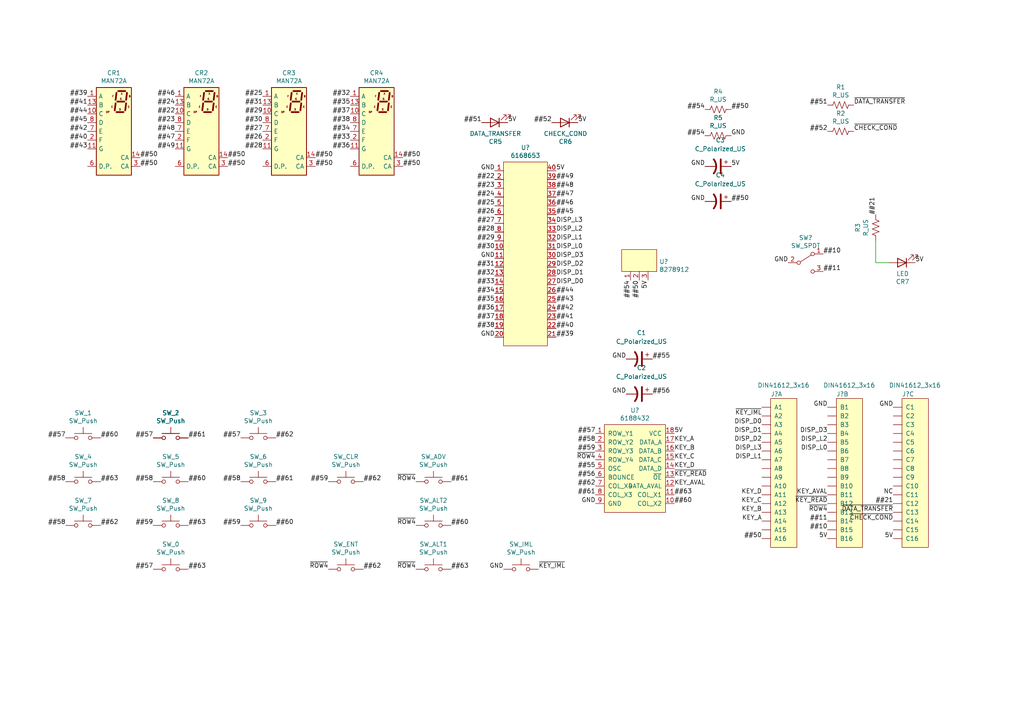
<source format=kicad_sch>
(kicad_sch (version 20230121) (generator eeschema)
  (paper "A4")
  (lib_symbols
    (symbol "Device:C_Polarized_US" (pin_numbers hide) (pin_names (offset 0.254) hide)
      (property "Reference" "C" (at 0.635 2.54 0))
      (property "Value" "C_Polarized_US" (at 0.635 -2.54 0))
      (symbol "C_Polarized_US_0_1"
        (polyline (pts (xy -2.032 0.762) (xy 2.032 0.762)) (stroke (width 0.508)))
        (polyline (pts (xy -1.778 2.286) (xy -0.762 2.286)))
        (polyline (pts (xy -1.27 1.778) (xy -1.27 2.794)))
        (arc (start 2.032 -1.27) (mid 0 -0.5572) (end -2.032 -1.27) (stroke (width 0.508)))
      )
      (symbol "C_Polarized_US_1_1"
        (pin passive line (at 0 3.81 270) (length 2.794) (name "~") (number "1"))
        (pin passive line (at 0 -3.81 90) (length 3.302) (name "~") (number "2"))
      )
    )
    (symbol "Device:LED" (pin_numbers hide) (pin_names (offset 1.016) hide)
      (property "Reference" "D" (at 0 2.54 0))
      (property "Value" "LED" (at 0 -2.54 0))
      (symbol "LED_0_1"
        (polyline (pts (xy -1.27 -1.27) (xy -1.27 1.27)) (stroke (width 0.254)))
        (polyline (pts (xy -1.27 0) (xy 1.27 0)))
        (polyline (pts (xy 1.27 -1.27) (xy 1.27 1.27) (xy -1.27 0) (xy 1.27 -1.27)) (stroke (width 0.254)))
        (polyline (pts (xy -3.048 -0.762) (xy -4.572 -2.286) (xy -3.81 -2.286) (xy -4.572 -2.286) (xy -4.572 -1.524)))
        (polyline (pts (xy -1.778 -0.762) (xy -3.302 -2.286) (xy -2.54 -2.286) (xy -3.302 -2.286) (xy -3.302 -1.524)))
      )
      (symbol "LED_1_1"
        (pin passive line (at -3.81 0 0) (length 2.54) (name "K") (number "1"))
        (pin passive line (at 3.81 0 180) (length 2.54) (name "A") (number "2"))
      )
    )
    (symbol "Device:R_US" (pin_numbers hide) (pin_names (offset 0))
      (property "Reference" "R" (at 2.54 0 90))
      (property "Value" "R_US" (at -2.54 0 90))
      (symbol "R_US_0_1"
        (polyline (pts (xy 0 -2.286) (xy 0 -2.54)))
        (polyline (pts (xy 0 2.286) (xy 0 2.54)))
        (polyline (pts (xy 0 -0.762) (xy 1.016 -1.143) (xy 0 -1.524) (xy -1.016 -1.905) (xy 0 -2.286)))
        (polyline (pts (xy 0 0.762) (xy 1.016 0.381) (xy 0 0) (xy -1.016 -0.381) (xy 0 -0.762)))
        (polyline (pts (xy 0 2.286) (xy 1.016 1.905) (xy 0 1.524) (xy -1.016 1.143) (xy 0 0.762)))
      )
      (symbol "R_US_1_1"
        (pin passive line (at 0 3.81 270) (length 1.27) (name "~") (number "1"))
        (pin passive line (at 0 -3.81 90) (length 1.27) (name "~") (number "2"))
      )
    )
    (symbol "Display_Character:MAN72A" (pin_names (offset 0.635))
      (property "Reference" "U" (at -2.54 13.97 0))
      (property "Value" "MAN72A" (at 2.794 -14.224 0))
      (symbol "MAN72A_0_0"
        (text "A" (at 2.286 10.922 0) (effects (font (size 0.508 0.508))))
        (text "B" (at 4.572 10.16 0) (effects (font (size 0.508 0.508))))
        (text "C" (at 4.318 7.112 0) (effects (font (size 0.508 0.508))))
        (text "D" (at 1.778 6.35 0) (effects (font (size 0.508 0.508))))
        (text "DP" (at -1.778 5.588 0) (effects (font (size 0.508 0.508))))
        (text "E" (at -0.508 7.112 0) (effects (font (size 0.508 0.508))))
        (text "F" (at -0.254 10.16 0) (effects (font (size 0.508 0.508))))
        (text "G" (at 2.032 9.398 0) (effects (font (size 0.508 0.508))))
      )
      (symbol "MAN72A_0_1"
        (rectangle (start -5.08 12.7) (end 5.08 -12.7) (stroke (width 0.254)) (fill (type background)))
        (polyline (pts (xy -0.762 5.588) (xy -0.762 5.588)) (stroke (width 0.508)))
        (polyline (pts (xy 0.508 8.128) (xy 0.254 6.096)) (stroke (width 0.508)))
        (polyline (pts (xy 0.762 5.588) (xy 2.794 5.588)) (stroke (width 0.508)))
        (polyline (pts (xy 0.762 11.176) (xy 0.508 9.144)) (stroke (width 0.508)))
        (polyline (pts (xy 1.016 8.636) (xy 3.048 8.636)) (stroke (width 0.508)))
        (polyline (pts (xy 1.27 11.684) (xy 3.302 11.684)) (stroke (width 0.508)))
        (polyline (pts (xy 3.556 8.128) (xy 3.302 6.096)) (stroke (width 0.508)))
        (polyline (pts (xy 3.81 11.176) (xy 3.556 9.144)) (stroke (width 0.508)))
      )
      (symbol "MAN72A_1_1"
        (pin input line (at -7.62 10.16 0) (length 2.54) (name "A") (number "1"))
        (pin input line (at -7.62 5.08 0) (length 2.54) (name "C") (number "10"))
        (pin input line (at -7.62 -5.08 0) (length 2.54) (name "G") (number "11"))
        (pin no_connect line (at 5.08 -5.08 180) (length 2.54) hide (name "NC") (number "12"))
        (pin input line (at -7.62 7.62 0) (length 2.54) (name "B") (number "13"))
        (pin input line (at 7.62 -7.62 180) (length 2.54) (name "CA") (number "14"))
        (pin input line (at -7.62 -2.54 0) (length 2.54) (name "F") (number "2"))
        (pin input line (at 7.62 -10.16 180) (length 2.54) (name "CA") (number "3"))
        (pin no_connect line (at 5.08 2.54 180) (length 2.54) hide (name "NC") (number "4"))
        (pin no_connect line (at 5.08 0 180) (length 2.54) hide (name "NC") (number "5"))
        (pin input line (at -7.62 -10.16 0) (length 2.54) (name "D.P.") (number "6"))
        (pin input line (at -7.62 0 0) (length 2.54) (name "E") (number "7"))
        (pin input line (at -7.62 2.54 0) (length 2.54) (name "D") (number "8"))
        (pin no_connect line (at 5.08 -2.54 180) (length 2.54) hide (name "NC") (number "9"))
      )
    )
    (symbol "IBM_3174:6168653" (pin_names (offset 1.016))
      (property "Reference" "U" (at 0 0 0))
      (property "Value" "6168653" (at 0 0 0))
      (symbol "6168653_0_1"
        (rectangle (start -6.35 -3.81) (end 6.35 -57.15) (fill (type background)))
      )
      (symbol "6168653_1_1"
        (pin unspecified line (at -8.89 -6.35 0) (length 2.54) (name "~") (number "1"))
        (pin unspecified line (at -8.89 -29.21 0) (length 2.54) (name "~") (number "10"))
        (pin unspecified line (at -8.89 -31.75 0) (length 2.54) (name "~") (number "11"))
        (pin unspecified line (at -8.89 -34.29 0) (length 2.54) (name "~") (number "12"))
        (pin unspecified line (at -8.89 -36.83 0) (length 2.54) (name "~") (number "13"))
        (pin unspecified line (at -8.89 -39.37 0) (length 2.54) (name "~") (number "14"))
        (pin unspecified line (at -8.89 -41.91 0) (length 2.54) (name "~") (number "15"))
        (pin unspecified line (at -8.89 -44.45 0) (length 2.54) (name "~") (number "16"))
        (pin unspecified line (at -8.89 -46.99 0) (length 2.54) (name "~") (number "17"))
        (pin unspecified line (at -8.89 -49.53 0) (length 2.54) (name "~") (number "18"))
        (pin unspecified line (at -8.89 -52.07 0) (length 2.54) (name "~") (number "19"))
        (pin unspecified line (at -8.89 -8.89 0) (length 2.54) (name "~") (number "2"))
        (pin unspecified line (at -8.89 -54.61 0) (length 2.54) (name "~") (number "20"))
        (pin unspecified line (at 8.89 -54.61 180) (length 2.54) (name "~") (number "21"))
        (pin unspecified line (at 8.89 -52.07 180) (length 2.54) (name "~") (number "22"))
        (pin unspecified line (at 8.89 -49.53 180) (length 2.54) (name "~") (number "23"))
        (pin unspecified line (at 8.89 -46.99 180) (length 2.54) (name "~") (number "24"))
        (pin unspecified line (at 8.89 -44.45 180) (length 2.54) (name "~") (number "25"))
        (pin unspecified line (at 8.89 -41.91 180) (length 2.54) (name "~") (number "26"))
        (pin unspecified line (at 8.89 -39.37 180) (length 2.54) (name "~") (number "27"))
        (pin unspecified line (at 8.89 -36.83 180) (length 2.54) (name "~") (number "28"))
        (pin unspecified line (at 8.89 -34.29 180) (length 2.54) (name "~") (number "29"))
        (pin unspecified line (at -8.89 -11.43 0) (length 2.54) (name "~") (number "3"))
        (pin unspecified line (at 8.89 -31.75 180) (length 2.54) (name "~") (number "30"))
        (pin unspecified line (at 8.89 -29.21 180) (length 2.54) (name "~") (number "31"))
        (pin unspecified line (at 8.89 -26.67 180) (length 2.54) (name "~") (number "32"))
        (pin unspecified line (at 8.89 -24.13 180) (length 2.54) (name "~") (number "33"))
        (pin unspecified line (at 8.89 -21.59 180) (length 2.54) (name "~") (number "34"))
        (pin unspecified line (at 8.89 -19.05 180) (length 2.54) (name "~") (number "35"))
        (pin unspecified line (at 8.89 -16.51 180) (length 2.54) (name "~") (number "36"))
        (pin unspecified line (at 8.89 -13.97 180) (length 2.54) (name "~") (number "37"))
        (pin unspecified line (at 8.89 -11.43 180) (length 2.54) (name "~") (number "38"))
        (pin unspecified line (at 8.89 -8.89 180) (length 2.54) (name "~") (number "39"))
        (pin unspecified line (at -8.89 -13.97 0) (length 2.54) (name "~") (number "4"))
        (pin unspecified line (at 8.89 -6.35 180) (length 2.54) (name "~") (number "40"))
        (pin unspecified line (at -8.89 -16.51 0) (length 2.54) (name "~") (number "5"))
        (pin unspecified line (at -8.89 -19.05 0) (length 2.54) (name "~") (number "6"))
        (pin unspecified line (at -8.89 -21.59 0) (length 2.54) (name "~") (number "7"))
        (pin unspecified line (at -8.89 -24.13 0) (length 2.54) (name "~") (number "8"))
        (pin unspecified line (at -8.89 -26.67 0) (length 2.54) (name "~") (number "9"))
      )
    )
    (symbol "IBM_3174:6188432" (pin_names (offset 1.016))
      (property "Reference" "U" (at 0 0 0))
      (property "Value" "6188432" (at 0 0 0))
      (symbol "6188432_0_1"
        (rectangle (start -8.89 -3.81) (end 8.89 -29.21) (fill (type background)))
      )
      (symbol "6188432_1_1"
        (pin input line (at -11.43 -6.35 0) (length 2.54) (name "ROW_Y1") (number "1"))
        (pin output line (at 11.43 -26.67 180) (length 2.54) (name "COL_X2") (number "10"))
        (pin output line (at 11.43 -24.13 180) (length 2.54) (name "COL_X1") (number "11"))
        (pin output line (at 11.43 -21.59 180) (length 2.54) (name "DATA_AVAL") (number "12"))
        (pin input line (at 11.43 -19.05 180) (length 2.54) (name "~{OE}") (number "13"))
        (pin tri_state line (at 11.43 -16.51 180) (length 2.54) (name "DATA_D") (number "14"))
        (pin tri_state line (at 11.43 -13.97 180) (length 2.54) (name "DATA_C") (number "15"))
        (pin tri_state line (at 11.43 -11.43 180) (length 2.54) (name "DATA_B") (number "16"))
        (pin tri_state line (at 11.43 -8.89 180) (length 2.54) (name "DATA_A") (number "17"))
        (pin power_in line (at 11.43 -6.35 180) (length 2.54) (name "VCC") (number "18"))
        (pin input line (at -11.43 -8.89 0) (length 2.54) (name "ROW_Y2") (number "2"))
        (pin input line (at -11.43 -11.43 0) (length 2.54) (name "ROW_Y3") (number "3"))
        (pin input line (at -11.43 -13.97 0) (length 2.54) (name "ROW_Y4") (number "4"))
        (pin input line (at -11.43 -16.51 0) (length 2.54) (name "OSC") (number "5"))
        (pin input line (at -11.43 -19.05 0) (length 2.54) (name "BOUNCE") (number "6"))
        (pin output line (at -11.43 -21.59 0) (length 2.54) (name "COL_X4") (number "7"))
        (pin output line (at -11.43 -24.13 0) (length 2.54) (name "COL_X3") (number "8"))
        (pin power_in line (at -11.43 -26.67 0) (length 2.54) (name "GND") (number "9"))
      )
    )
    (symbol "IBM_3174:8278912" (pin_names (offset 1.016))
      (property "Reference" "U" (at 0 0 0))
      (property "Value" "8278912" (at 0 0 0))
      (symbol "8278912_0_1"
        (rectangle (start -5.08 -5.08) (end 5.08 -11.43) (fill (type background)))
      )
      (symbol "8278912_1_1"
        (pin unspecified line (at -2.54 -13.97 90) (length 2.54) (name "~") (number "1"))
        (pin unspecified line (at 0 -13.97 90) (length 2.54) (name "~") (number "2"))
        (pin unspecified line (at 2.54 -13.97 90) (length 2.54) (name "~") (number "3"))
      )
    )
    (symbol "Switch:SW_Push" (pin_numbers hide) (pin_names (offset 1.016) hide)
      (property "Reference" "SW" (at 1.27 2.54 0))
      (property "Value" "SW_Push" (at 0 -1.524 0))
      (symbol "SW_Push_0_1"
        (circle (center -2.032 0) (radius 0.508))
        (polyline (pts (xy 0 1.27) (xy 0 3.048)))
        (polyline (pts (xy 2.54 1.27) (xy -2.54 1.27)))
        (circle (center 2.032 0) (radius 0.508))
        (pin passive line (at -5.08 0 0) (length 2.54) (name "1") (number "1"))
        (pin passive line (at 5.08 0 180) (length 2.54) (name "2") (number "2"))
      )
    )
    (symbol "Switch:SW_SPDT" (pin_names (offset 0) hide)
      (property "Reference" "SW" (at 0 4.318 0))
      (property "Value" "SW_SPDT" (at 0 -5.08 0))
      (symbol "SW_SPDT_0_0"
        (circle (center -2.032 0) (radius 0.508))
        (circle (center 2.032 -2.54) (radius 0.508))
      )
      (symbol "SW_SPDT_0_1"
        (polyline (pts (xy -1.524 0.254) (xy 1.651 2.286)))
        (circle (center 2.032 2.54) (radius 0.508))
      )
      (symbol "SW_SPDT_1_1"
        (pin passive line (at 5.08 2.54 180) (length 2.54) (name "A") (number "1"))
        (pin passive line (at -5.08 0 0) (length 2.54) (name "B") (number "2"))
        (pin passive line (at 5.08 -2.54 180) (length 2.54) (name "C") (number "3"))
      )
    )
    (symbol "custom:DIN41612_3x16" (pin_names (offset 1.016))
      (property "Reference" "J" (at 0 -2.54 0))
      (property "Value" "DIN41612_3x16" (at 0 0 0))
      (symbol "DIN41612_3x16_0_1"
        (rectangle (start -3.81 -3.81) (end 3.81 -46.99) (fill (type background)))
      )
      (symbol "DIN41612_3x16_1_1"
        (pin unspecified line (at -6.35 -6.35 0) (length 2.54) (name "A1") (number "~"))
        (pin unspecified line (at -6.35 -29.21 0) (length 2.54) (name "A10") (number "~"))
        (pin unspecified line (at -6.35 -31.75 0) (length 2.54) (name "A11") (number "~"))
        (pin unspecified line (at -6.35 -34.29 0) (length 2.54) (name "A12") (number "~"))
        (pin unspecified line (at -6.35 -36.83 0) (length 2.54) (name "A13") (number "~"))
        (pin unspecified line (at -6.35 -39.37 0) (length 2.54) (name "A14") (number "~"))
        (pin unspecified line (at -6.35 -41.91 0) (length 2.54) (name "A15") (number "~"))
        (pin unspecified line (at -6.35 -44.45 0) (length 2.54) (name "A16") (number "~"))
        (pin unspecified line (at -6.35 -8.89 0) (length 2.54) (name "A2") (number "~"))
        (pin unspecified line (at -6.35 -11.43 0) (length 2.54) (name "A3") (number "~"))
        (pin unspecified line (at -6.35 -13.97 0) (length 2.54) (name "A4") (number "~"))
        (pin unspecified line (at -6.35 -16.51 0) (length 2.54) (name "A5") (number "~"))
        (pin unspecified line (at -6.35 -19.05 0) (length 2.54) (name "A6") (number "~"))
        (pin unspecified line (at -6.35 -21.59 0) (length 2.54) (name "A7") (number "~"))
        (pin unspecified line (at -6.35 -24.13 0) (length 2.54) (name "A8") (number "~"))
        (pin unspecified line (at -6.35 -26.67 0) (length 2.54) (name "A9") (number "~"))
      )
      (symbol "DIN41612_3x16_2_1"
        (pin unspecified line (at -6.35 -6.35 0) (length 2.54) (name "B1") (number "~"))
        (pin unspecified line (at -6.35 -29.21 0) (length 2.54) (name "B10") (number "~"))
        (pin unspecified line (at -6.35 -31.75 0) (length 2.54) (name "B11") (number "~"))
        (pin unspecified line (at -6.35 -34.29 0) (length 2.54) (name "B12") (number "~"))
        (pin unspecified line (at -6.35 -36.83 0) (length 2.54) (name "B13") (number "~"))
        (pin unspecified line (at -6.35 -39.37 0) (length 2.54) (name "B14") (number "~"))
        (pin unspecified line (at -6.35 -41.91 0) (length 2.54) (name "B15") (number "~"))
        (pin unspecified line (at -6.35 -44.45 0) (length 2.54) (name "B16") (number "~"))
        (pin unspecified line (at -6.35 -8.89 0) (length 2.54) (name "B2") (number "~"))
        (pin unspecified line (at -6.35 -11.43 0) (length 2.54) (name "B3") (number "~"))
        (pin unspecified line (at -6.35 -13.97 0) (length 2.54) (name "B4") (number "~"))
        (pin unspecified line (at -6.35 -16.51 0) (length 2.54) (name "B5") (number "~"))
        (pin unspecified line (at -6.35 -19.05 0) (length 2.54) (name "B6") (number "~"))
        (pin unspecified line (at -6.35 -21.59 0) (length 2.54) (name "B7") (number "~"))
        (pin unspecified line (at -6.35 -24.13 0) (length 2.54) (name "B8") (number "~"))
        (pin unspecified line (at -6.35 -26.67 0) (length 2.54) (name "B9") (number "~"))
      )
      (symbol "DIN41612_3x16_3_1"
        (pin unspecified line (at -6.35 -6.35 0) (length 2.54) (name "C1") (number "~"))
        (pin unspecified line (at -6.35 -29.21 0) (length 2.54) (name "C10") (number "~"))
        (pin unspecified line (at -6.35 -31.75 0) (length 2.54) (name "C11") (number "~"))
        (pin unspecified line (at -6.35 -34.29 0) (length 2.54) (name "C12") (number "~"))
        (pin unspecified line (at -6.35 -36.83 0) (length 2.54) (name "C13") (number "~"))
        (pin unspecified line (at -6.35 -39.37 0) (length 2.54) (name "C14") (number "~"))
        (pin unspecified line (at -6.35 -41.91 0) (length 2.54) (name "C15") (number "~"))
        (pin unspecified line (at -6.35 -44.45 0) (length 2.54) (name "C16") (number "~"))
        (pin unspecified line (at -6.35 -8.89 0) (length 2.54) (name "C2") (number "~"))
        (pin unspecified line (at -6.35 -11.43 0) (length 2.54) (name "C3") (number "~"))
        (pin unspecified line (at -6.35 -13.97 0) (length 2.54) (name "C4") (number "~"))
        (pin unspecified line (at -6.35 -16.51 0) (length 2.54) (name "C5") (number "~"))
        (pin unspecified line (at -6.35 -19.05 0) (length 2.54) (name "C6") (number "~"))
        (pin unspecified line (at -6.35 -21.59 0) (length 2.54) (name "C7") (number "~"))
        (pin unspecified line (at -6.35 -24.13 0) (length 2.54) (name "C8") (number "~"))
        (pin unspecified line (at -6.35 -26.67 0) (length 2.54) (name "C9") (number "~"))
      )
    )
  )
  (wire (pts (xy 254 76.2) (xy 257.81 76.2)))
  (wire (pts (xy 254 69.85) (xy 254 76.2)))
  (label "NC" (at 259.08 143.51 180))
  (label "##60" (at 54.61 139.7 0))
  (label "##62" (at 29.21 152.4 0))
  (label "##38" (at 143.51 95.25 180))
  (label "##29" (at 76.2 33.02 180))
  (label "DISP_L3" (at 220.98 130.81 180))
  (label "KEY_C" (at 195.58 133.35 0))
  (label "##23" (at 50.8 35.56 180))
  (label "##50" (at 66.04 45.72 0))
  (label "##11" (at 238.76 78.74 0))
  (label "KEY_AVAL" (at 195.58 140.97 0))
  (label "##40" (at 25.4 40.64 180))
  (label "GND" (at 204.47 58.42 180))
  (label "##37" (at 143.51 92.71 180))
  (label "5V" (at 167.64 35.56 0))
  (label "GND" (at 146.05 165.1 180))
  (label "##54" (at 204.47 39.37 180))
  (label "##59" (at 95.25 139.7 180))
  (label "5V" (at 161.29 49.53 0))
  (label "##26" (at 143.51 62.23 180))
  (label "##35" (at 101.6 30.48 180))
  (label "##48" (at 50.8 38.1 180))
  (label "##62" (at 105.41 165.1 0))
  (label "##59" (at 44.45 152.4 180))
  (label "##54" (at 204.47 31.75 180))
  (label "KEY_AVAL" (at 240.03 143.51 180))
  (label "GND" (at 259.08 118.11 180))
  (label "GND" (at 240.03 118.11 180))
  (label "##46" (at 50.8 27.94 180))
  (label "##24" (at 50.8 30.48 180))
  (label "##60" (at 195.58 146.05 0))
  (label "DISP_D1" (at 161.29 80.01 0))
  (label "GND" (at 143.51 74.93 180))
  (label "##52" (at 160.02 35.56 180))
  (label "~{CHECK_COND}" (at 259.08 151.13 180))
  (label "~{ROW4}" (at 240.03 148.59 180))
  (label "##23" (at 143.51 54.61 180))
  (label "GND" (at 143.51 97.79 180))
  (label "GND" (at 172.72 146.05 180))
  (label "##48" (at 161.29 54.61 0))
  (label "5V" (at 147.32 35.56 0))
  (label "~{DATA_TRANSFER}" (at 259.08 148.59 180))
  (label "~{ROW4}" (at 120.65 152.4 180))
  (label "##60" (at 29.21 127 0))
  (label "~{KEY_IML}" (at 220.98 120.65 180))
  (label "##32" (at 101.6 27.94 180))
  (label "DISP_L1" (at 220.98 133.35 180))
  (label "##61" (at 130.81 139.7 0))
  (label "##38" (at 101.6 35.56 180))
  (label "##11" (at 240.03 151.13 180))
  (label "##50" (at 220.98 156.21 180))
  (label "##47" (at 50.8 40.64 180))
  (label "##50" (at 212.09 31.75 0))
  (label "##45" (at 161.29 62.23 0))
  (label "5V" (at 265.43 76.2 0))
  (label "##45" (at 25.4 35.56 180))
  (label "~{ROW4}" (at 120.65 139.7 180))
  (label "##50" (at 66.04 48.26 0))
  (label "DISP_D3" (at 240.03 125.73 180))
  (label "DISP_L3" (at 161.29 64.77 0))
  (label "GND" (at 181.61 114.3 180))
  (label "##56" (at 172.72 138.43 180))
  (label "KEY_A" (at 195.58 128.27 0))
  (label "##49" (at 50.8 43.18 180))
  (label "##54" (at 182.88 81.28 270))
  (label "GND" (at 181.61 104.14 180))
  (label "DISP_L0" (at 240.03 130.81 180))
  (label "##47" (at 161.29 57.15 0))
  (label "##62" (at 172.72 140.97 180))
  (label "KEY_D" (at 220.98 143.51 180))
  (label "5V" (at 187.96 81.28 270))
  (label "##43" (at 25.4 43.18 180))
  (label "##56" (at 189.23 114.3 0))
  (label "##26" (at 76.2 40.64 180))
  (label "##41" (at 25.4 30.48 180))
  (label "##57" (at 44.45 127 180))
  (label "##30" (at 76.2 35.56 180))
  (label "##36" (at 101.6 43.18 180))
  (label "##51" (at 240.03 30.48 180))
  (label "5V" (at 259.08 156.21 180))
  (label "##61" (at 54.61 127 0))
  (label "##44" (at 25.4 33.02 180))
  (label "5V" (at 240.03 156.21 180))
  (label "~{ROW4}" (at 95.25 165.1 180))
  (label "##21" (at 254 62.23 90))
  (label "KEY_D" (at 195.58 135.89 0))
  (label "DISP_L1" (at 161.29 69.85 0))
  (label "##10" (at 240.03 153.67 180))
  (label "##50" (at 212.09 58.42 0))
  (label "##57" (at 172.72 125.73 180))
  (label "##41" (at 161.29 92.71 0))
  (label "##59" (at 69.85 152.4 180))
  (label "##33" (at 143.51 82.55 180))
  (label "##22" (at 50.8 33.02 180))
  (label "##30" (at 143.51 72.39 180))
  (label "##25" (at 76.2 27.94 180))
  (label "##42" (at 25.4 38.1 180))
  (label "##63" (at 29.21 139.7 0))
  (label "5V" (at 195.58 125.73 0))
  (label "##57" (at 69.85 127 180))
  (label "DISP_L2" (at 161.29 67.31 0))
  (label "DISP_D2" (at 220.98 128.27 180))
  (label "##39" (at 161.29 97.79 0))
  (label "##39" (at 25.4 27.94 180))
  (label "##33" (at 101.6 40.64 180))
  (label "##50" (at 91.44 45.72 0))
  (label "##61" (at 80.01 139.7 0))
  (label "##63" (at 130.81 165.1 0))
  (label "DISP_D0" (at 161.29 82.55 0))
  (label "##43" (at 161.29 87.63 0))
  (label "##28" (at 143.51 67.31 180))
  (label "##58" (at 69.85 139.7 180))
  (label "~{KEY_READ}" (at 195.58 138.43 0))
  (label "DISP_D2" (at 161.29 77.47 0))
  (label "##31" (at 143.51 77.47 180))
  (label "DISP_D3" (at 161.29 74.93 0))
  (label "##32" (at 143.51 80.01 180))
  (label "DISP_L2" (at 240.03 128.27 180))
  (label "~{KEY_READ}" (at 240.03 146.05 180))
  (label "~{KEY_IML}" (at 156.21 165.1 0))
  (label "##50" (at 185.42 81.28 270))
  (label "KEY_C" (at 220.98 146.05 180))
  (label "~{ROW4}" (at 172.72 133.35 180))
  (label "GND" (at 143.51 49.53 180))
  (label "KEY_B" (at 195.58 130.81 0))
  (label "##50" (at 116.84 45.72 0))
  (label "##61" (at 172.72 143.51 180))
  (label "KEY_B" (at 220.98 148.59 180))
  (label "##42" (at 161.29 90.17 0))
  (label "##50" (at 40.64 45.72 0))
  (label "##35" (at 143.51 87.63 180))
  (label "##27" (at 143.51 64.77 180))
  (label "##63" (at 54.61 152.4 0))
  (label "##58" (at 172.72 128.27 180))
  (label "##55" (at 172.72 135.89 180))
  (label "##34" (at 143.51 85.09 180))
  (label "##46" (at 161.29 59.69 0))
  (label "##49" (at 161.29 52.07 0))
  (label "##50" (at 91.44 48.26 0))
  (label "GND" (at 212.09 39.37 0))
  (label "##51" (at 139.7 35.56 180))
  (label "GND" (at 204.47 48.26 180))
  (label "##29" (at 143.51 69.85 180))
  (label "GND" (at 228.6 76.2 180))
  (label "5V" (at 212.09 48.26 0))
  (label "##60" (at 130.81 152.4 0))
  (label "##22" (at 143.51 52.07 180))
  (label "##58" (at 19.05 139.7 180))
  (label "~{ROW4}" (at 120.65 165.1 180))
  (label "~{DATA_TRANSFER}" (at 247.65 30.48 0))
  (label "KEY_A" (at 220.98 151.13 180))
  (label "DISP_D1" (at 220.98 125.73 180))
  (label "##27" (at 76.2 38.1 180))
  (label "##21" (at 259.08 146.05 180))
  (label "##52" (at 240.03 38.1 180))
  (label "##50" (at 40.64 48.26 0))
  (label "##58" (at 19.05 152.4 180))
  (label "##31" (at 76.2 30.48 180))
  (label "##57" (at 19.05 127 180))
  (label "##24" (at 143.51 57.15 180))
  (label "##40" (at 161.29 95.25 0))
  (label "##57" (at 44.45 165.1 180))
  (label "##25" (at 143.51 59.69 180))
  (label "##10" (at 238.76 73.66 0))
  (label "##37" (at 101.6 33.02 180))
  (label "##58" (at 44.45 139.7 180))
  (label "##44" (at 161.29 85.09 0))
  (label "##62" (at 80.01 127 0))
  (label "##63" (at 195.58 143.51 0))
  (label "##59" (at 172.72 130.81 180))
  (label "##60" (at 80.01 152.4 0))
  (label "##55" (at 189.23 104.14 0))
  (label "##28" (at 76.2 43.18 180))
  (label "##50" (at 116.84 48.26 0))
  (label "##36" (at 143.51 90.17 180))
  (label "DISP_D0" (at 220.98 123.19 180))
  (label "DISP_L0" (at 161.29 72.39 0))
  (label "##34" (at 101.6 38.1 180))
  (label "~{CHECK_COND}" (at 247.65 38.1 0))
  (label "##63" (at 54.61 165.1 0))
  (label "##62" (at 105.41 139.7 0))
  (symbol (lib_id "custom:DIN41612_3x16") (at 227.33 111.76 0) (unit 1)
    (property "Reference" "J?" (at 223.52 114.3 0) (effects (justify left)))
    (property "Value" "DIN41612_3x16" (at 219.71 111.76 0) (effects (justify left)))
  )
  (symbol (lib_id "custom:DIN41612_3x16") (at 246.38 111.76 0) (unit 2)
    (property "Reference" "J?" (at 242.57 114.3 0) (effects (justify left)))
    (property "Value" "DIN41612_3x16" (at 238.76 111.76 0) (effects (justify left)))
  )
  (symbol (lib_id "custom:DIN41612_3x16") (at 265.43 111.76 0) (unit 3)
    (property "Reference" "J?" (at 261.62 114.3 0) (effects (justify left)))
    (property "Value" "DIN41612_3x16" (at 257.81 111.76 0) (effects (justify left)))
  )
  (symbol (lib_id "Display_Character:MAN72A") (at 33.02 38.1 0) (unit 1)
    (property "Reference" "CR1" (at 33.02 21.1582 0))
    (property "Value" "MAN72A" (at 33.02 23.4696 0))
    (property "Footprint" "Display_7Segment:MAN72A" (effects hide))
    (property "Datasheet" "https://www.digchip.com/datasheets/parts/datasheet/161/MAN3640A-pdf.php" (effects hide))
  )
  (symbol (lib_id "Display_Character:MAN72A") (at 58.42 38.1 0) (unit 1)
    (property "Reference" "CR2" (at 58.42 21.1582 0))
    (property "Value" "MAN72A" (at 58.42 23.4696 0))
    (property "Footprint" "Display_7Segment:MAN72A" (effects hide))
    (property "Datasheet" "https://www.digchip.com/datasheets/parts/datasheet/161/MAN3640A-pdf.php" (effects hide))
  )
  (symbol (lib_id "Display_Character:MAN72A") (at 83.82 38.1 0) (unit 1)
    (property "Reference" "CR3" (at 83.82 21.1582 0))
    (property "Value" "MAN72A" (at 83.82 23.4696 0))
    (property "Footprint" "Display_7Segment:MAN72A" (effects hide))
    (property "Datasheet" "https://www.digchip.com/datasheets/parts/datasheet/161/MAN3640A-pdf.php" (effects hide))
  )
  (symbol (lib_id "Display_Character:MAN72A") (at 109.22 38.1 0) (unit 1)
    (property "Reference" "CR4" (at 109.22 21.1582 0))
    (property "Value" "MAN72A" (at 109.22 23.4696 0))
    (property "Footprint" "Display_7Segment:MAN72A" (effects hide))
    (property "Datasheet" "https://www.digchip.com/datasheets/parts/datasheet/161/MAN3640A-pdf.php" (effects hide))
  )
  (symbol (lib_id "Device:LED") (at 143.51 35.56 180) (unit 1)
    (property "Reference" "CR5" (at 143.6878 41.0718 0))
    (property "Value" "DATA_TRANSFER" (at 143.6878 38.7604 0))
  )
  (symbol (lib_id "Device:LED") (at 163.83 35.56 180) (unit 1)
    (property "Reference" "CR6" (at 164.0078 41.0718 0))
    (property "Value" "CHECK_COND" (at 164.0078 38.7604 0))
  )
  (symbol (lib_id "Switch:SW_Push") (at 49.53 127 0) (unit 1)
    (property "Reference" "SW_?" (at 49.53 119.761 0))
    (property "Value" "SW_Push" (at 49.53 122.0724 0))
  )
  (symbol (lib_id "IBM_3174:6188432") (at 184.15 119.38 0) (unit 1)
    (property "Reference" "U?" (at 184.15 118.999 0))
    (property "Value" "6188432" (at 184.15 121.3104 0))
  )
  (symbol (lib_id "IBM_3174:6168653") (at 152.4 43.18 0) (unit 1)
    (property "Reference" "U?" (at 152.4 42.799 0))
    (property "Value" "6168653" (at 152.4 45.1104 0))
  )
  (symbol (lib_id "IBM_3174:8278912") (at 185.42 67.31 0) (unit 1)
    (property "Reference" "U?" (at 191.2112 75.8698 0) (effects (justify left)))
    (property "Value" "8278912" (at 191.2112 78.1812 0) (effects (justify left)))
  )
  (symbol (lib_id "Device:R_US") (at 243.84 30.48 270) (unit 1)
    (property "Reference" "R1" (at 243.84 25.273 90))
    (property "Value" "R_US" (at 243.84 27.5844 90))
  )
  (symbol (lib_id "Device:R_US") (at 243.84 38.1 270) (unit 1)
    (property "Reference" "R2" (at 243.84 32.893 90))
    (property "Value" "R_US" (at 243.84 35.2044 90))
  )
  (symbol (lib_id "Device:R_US") (at 254 66.04 0) (unit 1)
    (property "Reference" "R3" (at 248.793 66.04 90))
    (property "Value" "R_US" (at 251.1044 66.04 90))
  )
  (symbol (lib_id "Device:R_US") (at 208.28 31.75 270) (unit 1)
    (property "Reference" "R4" (at 208.28 26.543 90))
    (property "Value" "R_US" (at 208.28 28.8544 90))
  )
  (symbol (lib_id "Device:R_US") (at 208.28 39.37 90) (unit 1)
    (property "Reference" "R5" (at 208.28 34.163 90))
    (property "Value" "R_US" (at 208.28 36.4744 90))
  )
  (symbol (lib_id "Switch:SW_SPDT") (at 233.68 76.2 0) (unit 1)
    (property "Reference" "SW?" (at 233.68 68.961 0))
    (property "Value" "SW_SPDT" (at 233.68 71.2724 0))
  )
  (symbol (lib_id "Device:LED") (at 261.62 76.2 180) (unit 1)
    (property "Reference" "CR7" (at 261.7978 81.7118 0))
    (property "Value" "LED" (at 261.7978 79.4004 0))
  )
  (symbol (lib_id "Switch:SW_Push") (at 24.13 127 0) (unit 1)
    (property "Reference" "SW_1" (at 24.13 119.761 0))
    (property "Value" "SW_Push" (at 24.13 122.0724 0))
  )
  (symbol (lib_id "Switch:SW_Push") (at 49.53 127 0) (unit 1)
    (property "Reference" "SW_2" (at 49.53 119.761 0))
    (property "Value" "SW_Push" (at 49.53 122.0724 0))
  )
  (symbol (lib_id "Switch:SW_Push") (at 74.93 127 0) (unit 1)
    (property "Reference" "SW_3" (at 74.93 119.761 0))
    (property "Value" "SW_Push" (at 74.93 122.0724 0))
  )
  (symbol (lib_id "Switch:SW_Push") (at 24.13 139.7 0) (unit 1)
    (property "Reference" "SW_4" (at 24.13 132.461 0))
    (property "Value" "SW_Push" (at 24.13 134.7724 0))
  )
  (symbol (lib_id "Switch:SW_Push") (at 49.53 139.7 0) (unit 1)
    (property "Reference" "SW_5" (at 49.53 132.461 0))
    (property "Value" "SW_Push" (at 49.53 134.7724 0))
  )
  (symbol (lib_id "Switch:SW_Push") (at 74.93 139.7 0) (unit 1)
    (property "Reference" "SW_6" (at 74.93 132.461 0))
    (property "Value" "SW_Push" (at 74.93 134.7724 0))
  )
  (symbol (lib_id "Switch:SW_Push") (at 24.13 152.4 0) (unit 1)
    (property "Reference" "SW_7" (at 24.13 145.161 0))
    (property "Value" "SW_Push" (at 24.13 147.4724 0))
  )
  (symbol (lib_id "Switch:SW_Push") (at 49.53 152.4 0) (unit 1)
    (property "Reference" "SW_8" (at 49.53 145.161 0))
    (property "Value" "SW_Push" (at 49.53 147.4724 0))
  )
  (symbol (lib_id "Switch:SW_Push") (at 74.93 152.4 0) (unit 1)
    (property "Reference" "SW_9" (at 74.93 145.161 0))
    (property "Value" "SW_Push" (at 74.93 147.4724 0))
  )
  (symbol (lib_id "Switch:SW_Push") (at 100.33 165.1 0) (unit 1)
    (property "Reference" "SW_ENT" (at 100.33 157.861 0))
    (property "Value" "SW_Push" (at 100.33 160.1724 0))
  )
  (symbol (lib_id "Switch:SW_Push") (at 49.53 165.1 0) (unit 1)
    (property "Reference" "SW_0" (at 49.53 157.861 0))
    (property "Value" "SW_Push" (at 49.53 160.1724 0))
  )
  (symbol (lib_id "Switch:SW_Push") (at 125.73 165.1 0) (unit 1)
    (property "Reference" "SW_ALT1" (at 125.73 157.861 0))
    (property "Value" "SW_Push" (at 125.73 160.1724 0))
  )
  (symbol (lib_id "Switch:SW_Push") (at 125.73 152.4 0) (unit 1)
    (property "Reference" "SW_ALT2" (at 125.73 145.161 0))
    (property "Value" "SW_Push" (at 125.73 147.4724 0))
  )
  (symbol (lib_id "Switch:SW_Push") (at 125.73 139.7 0) (unit 1)
    (property "Reference" "SW_ADV" (at 125.73 132.461 0))
    (property "Value" "SW_Push" (at 125.73 134.7724 0))
  )
  (symbol (lib_id "Switch:SW_Push") (at 100.33 139.7 0) (unit 1)
    (property "Reference" "SW_CLR" (at 100.33 132.461 0))
    (property "Value" "SW_Push" (at 100.33 134.7724 0))
  )
  (symbol (lib_id "Switch:SW_Push") (at 151.13 165.1 0) (unit 1)
    (property "Reference" "SW_IML" (at 151.13 157.861 0))
    (property "Value" "SW_Push" (at 151.13 160.1724 0))
  )
  (symbol (lib_id "Device:C_Polarized_US") (at 208.28 58.42 270) (unit 1)
    (property "Reference" "C4" (at 208.915 50.8 90))
    (property "Value" "C_Polarized_US" (at 208.915 53.34 90))
  )
  (symbol (lib_id "Device:C_Polarized_US") (at 185.42 104.14 270) (unit 1)
    (property "Reference" "C1" (at 186.055 96.52 90))
    (property "Value" "C_Polarized_US" (at 186.055 99.06 90))
  )
  (symbol (lib_id "Device:C_Polarized_US") (at 185.42 114.3 270) (unit 1)
    (property "Reference" "C2" (at 186.055 106.68 90))
    (property "Value" "C_Polarized_US" (at 186.055 109.22 90))
  )
  (symbol (lib_id "Device:C_Polarized_US") (at 208.28 48.26 270) (unit 1)
    (property "Reference" "C3" (at 208.915 40.64 90))
    (property "Value" "C_Polarized_US" (at 208.915 43.18 90))
  )
)
</source>
